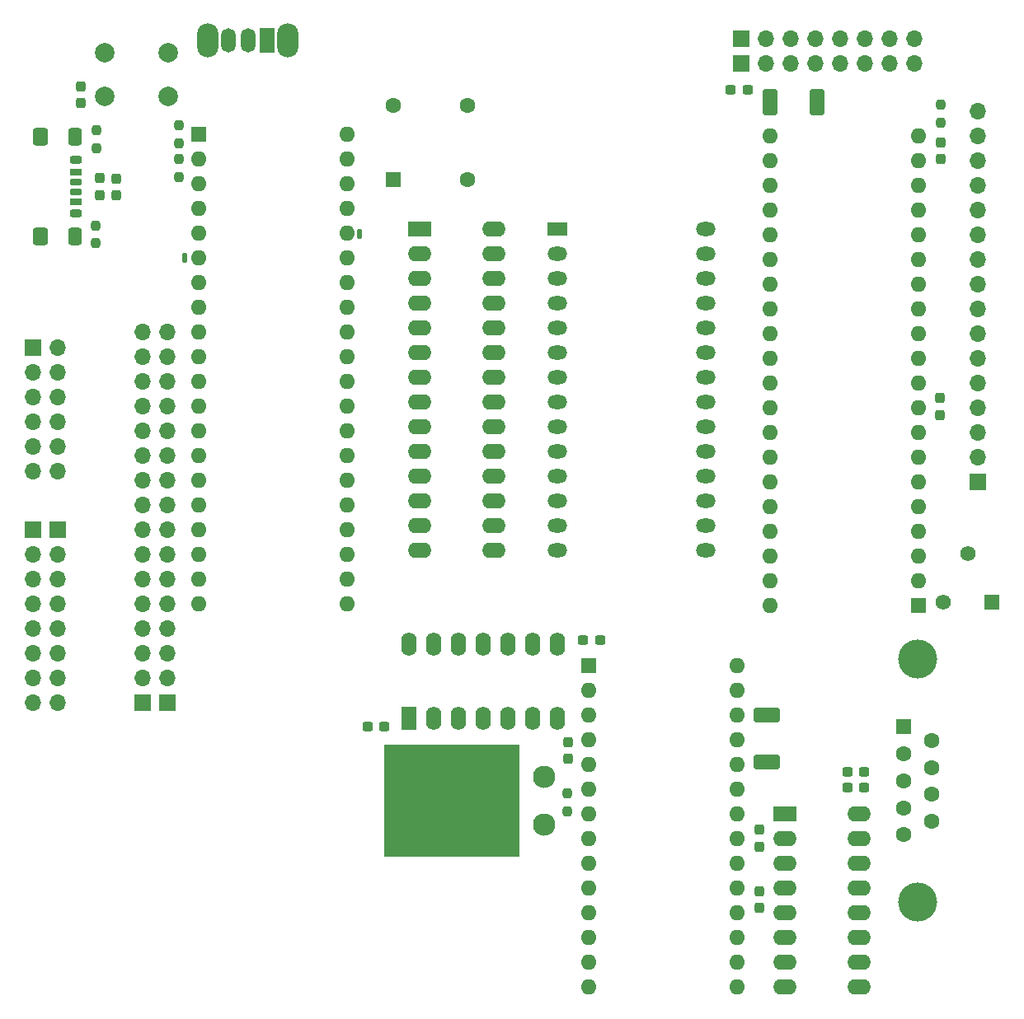
<source format=gbr>
%TF.GenerationSoftware,KiCad,Pcbnew,7.0.9*%
%TF.CreationDate,2024-02-07T01:21:47+02:00*%
%TF.ProjectId,W65C02Computer,57363543-3032-4436-9f6d-70757465722e,rev?*%
%TF.SameCoordinates,Original*%
%TF.FileFunction,Soldermask,Top*%
%TF.FilePolarity,Negative*%
%FSLAX46Y46*%
G04 Gerber Fmt 4.6, Leading zero omitted, Abs format (unit mm)*
G04 Created by KiCad (PCBNEW 7.0.9) date 2024-02-07 01:21:47*
%MOMM*%
%LPD*%
G01*
G04 APERTURE LIST*
G04 Aperture macros list*
%AMRoundRect*
0 Rectangle with rounded corners*
0 $1 Rounding radius*
0 $2 $3 $4 $5 $6 $7 $8 $9 X,Y pos of 4 corners*
0 Add a 4 corners polygon primitive as box body*
4,1,4,$2,$3,$4,$5,$6,$7,$8,$9,$2,$3,0*
0 Add four circle primitives for the rounded corners*
1,1,$1+$1,$2,$3*
1,1,$1+$1,$4,$5*
1,1,$1+$1,$6,$7*
1,1,$1+$1,$8,$9*
0 Add four rect primitives between the rounded corners*
20,1,$1+$1,$2,$3,$4,$5,0*
20,1,$1+$1,$4,$5,$6,$7,0*
20,1,$1+$1,$6,$7,$8,$9,0*
20,1,$1+$1,$8,$9,$2,$3,0*%
G04 Aperture macros list end*
%ADD10R,2.400000X1.600000*%
%ADD11O,2.400000X1.600000*%
%ADD12RoundRect,0.237500X-0.237500X0.250000X-0.237500X-0.250000X0.237500X-0.250000X0.237500X0.250000X0*%
%ADD13RoundRect,0.237500X0.237500X-0.300000X0.237500X0.300000X-0.237500X0.300000X-0.237500X-0.300000X0*%
%ADD14RoundRect,0.237500X0.237500X-0.250000X0.237500X0.250000X-0.237500X0.250000X-0.237500X-0.250000X0*%
%ADD15C,2.300000*%
%ADD16R,14.000000X11.500000*%
%ADD17O,2.200000X3.500000*%
%ADD18R,1.500000X2.500000*%
%ADD19O,1.500000X2.500000*%
%ADD20R,1.700000X1.700000*%
%ADD21O,1.700000X1.700000*%
%ADD22R,1.600000X1.600000*%
%ADD23O,1.600000X1.600000*%
%ADD24R,2.000000X1.440000*%
%ADD25O,2.000000X1.440000*%
%ADD26RoundRect,0.237500X0.300000X0.237500X-0.300000X0.237500X-0.300000X-0.237500X0.300000X-0.237500X0*%
%ADD27RoundRect,0.237500X-0.300000X-0.237500X0.300000X-0.237500X0.300000X0.237500X-0.300000X0.237500X0*%
%ADD28RoundRect,0.125000X-0.125000X-0.375000X0.125000X-0.375000X0.125000X0.375000X-0.125000X0.375000X0*%
%ADD29R,1.560000X1.560000*%
%ADD30C,1.560000*%
%ADD31RoundRect,0.250000X-1.100000X0.500000X-1.100000X-0.500000X1.100000X-0.500000X1.100000X0.500000X0*%
%ADD32RoundRect,0.237500X-0.237500X0.300000X-0.237500X-0.300000X0.237500X-0.300000X0.237500X0.300000X0*%
%ADD33C,4.000000*%
%ADD34C,1.600000*%
%ADD35C,2.000000*%
%ADD36R,1.600000X2.400000*%
%ADD37O,1.600000X2.400000*%
%ADD38RoundRect,0.250000X-0.500000X-1.100000X0.500000X-1.100000X0.500000X1.100000X-0.500000X1.100000X0*%
%ADD39RoundRect,0.175000X-0.425000X0.175000X-0.425000X-0.175000X0.425000X-0.175000X0.425000X0.175000X0*%
%ADD40RoundRect,0.190000X0.410000X-0.190000X0.410000X0.190000X-0.410000X0.190000X-0.410000X-0.190000X0*%
%ADD41RoundRect,0.200000X0.400000X-0.200000X0.400000X0.200000X-0.400000X0.200000X-0.400000X-0.200000X0*%
%ADD42RoundRect,0.175000X0.425000X-0.175000X0.425000X0.175000X-0.425000X0.175000X-0.425000X-0.175000X0*%
%ADD43RoundRect,0.190000X-0.410000X0.190000X-0.410000X-0.190000X0.410000X-0.190000X0.410000X0.190000X0*%
%ADD44RoundRect,0.200000X-0.400000X0.200000X-0.400000X-0.200000X0.400000X-0.200000X0.400000X0.200000X0*%
%ADD45RoundRect,0.250000X-0.425000X0.650000X-0.425000X-0.650000X0.425000X-0.650000X0.425000X0.650000X0*%
%ADD46RoundRect,0.250000X-0.500000X0.650000X-0.500000X-0.650000X0.500000X-0.650000X0.500000X0.650000X0*%
G04 APERTURE END LIST*
D10*
%TO.C,U6*%
X231090000Y-113000000D03*
D11*
X231090000Y-115540000D03*
X231090000Y-118080000D03*
X231090000Y-120620000D03*
X231090000Y-123160000D03*
X231090000Y-125700000D03*
X231090000Y-128240000D03*
X231090000Y-130780000D03*
X238710000Y-130780000D03*
X238710000Y-128240000D03*
X238710000Y-125700000D03*
X238710000Y-123160000D03*
X238710000Y-120620000D03*
X238710000Y-118080000D03*
X238710000Y-115540000D03*
X238710000Y-113000000D03*
%TD*%
D12*
%TO.C,R1*%
X247080000Y-40107500D03*
X247080000Y-41932500D03*
%TD*%
D13*
%TO.C,C8*%
X208750000Y-107342500D03*
X208750000Y-105617500D03*
%TD*%
%TO.C,C7*%
X158780000Y-39942500D03*
X158780000Y-38217500D03*
%TD*%
D14*
%TO.C,R7*%
X160310000Y-44577500D03*
X160310000Y-42752500D03*
%TD*%
D12*
%TO.C,R6*%
X160260000Y-52512500D03*
X160260000Y-54337500D03*
%TD*%
D15*
%TO.C,Y1*%
X206310000Y-109180000D03*
X206310000Y-114080000D03*
D16*
X196810000Y-111630000D03*
%TD*%
D17*
%TO.C,SW2*%
X179990000Y-33530000D03*
X171790000Y-33530000D03*
D18*
X177890000Y-33530000D03*
D19*
X175890000Y-33530000D03*
X173890000Y-33530000D03*
%TD*%
D20*
%TO.C,REF\u002A\u002A*%
X153800000Y-65100000D03*
D21*
X156340000Y-65100000D03*
X153800000Y-67640000D03*
X156340000Y-67640000D03*
X153800000Y-70180000D03*
X156340000Y-70180000D03*
X153800000Y-72720000D03*
X156340000Y-72720000D03*
X153800000Y-75260000D03*
X156340000Y-75260000D03*
X153800000Y-77800000D03*
X156340000Y-77800000D03*
%TD*%
D22*
%TO.C,U7*%
X210865000Y-97755000D03*
D23*
X210865000Y-100295000D03*
X210865000Y-102835000D03*
X210865000Y-105375000D03*
X210865000Y-107915000D03*
X210865000Y-110455000D03*
X210865000Y-112995000D03*
X210865000Y-115535000D03*
X210865000Y-118075000D03*
X210865000Y-120615000D03*
X210865000Y-123155000D03*
X210865000Y-125695000D03*
X210865000Y-128235000D03*
X210865000Y-130775000D03*
X226105000Y-130775000D03*
X226105000Y-128235000D03*
X226105000Y-125695000D03*
X226105000Y-123155000D03*
X226105000Y-120615000D03*
X226105000Y-118075000D03*
X226105000Y-115535000D03*
X226105000Y-112995000D03*
X226105000Y-110455000D03*
X226105000Y-107915000D03*
X226105000Y-105375000D03*
X226105000Y-102835000D03*
X226105000Y-100295000D03*
X226105000Y-97755000D03*
%TD*%
D24*
%TO.C,U2*%
X207680000Y-52850000D03*
D25*
X207680000Y-55390000D03*
X207680000Y-57930000D03*
X207680000Y-60470000D03*
X207680000Y-63010000D03*
X207680000Y-65550000D03*
X207680000Y-68090000D03*
X207680000Y-70630000D03*
X207680000Y-73170000D03*
X207680000Y-75710000D03*
X207680000Y-78250000D03*
X207680000Y-80790000D03*
X207680000Y-83330000D03*
X207680000Y-85870000D03*
X222920000Y-85870000D03*
X222920000Y-83330000D03*
X222920000Y-80790000D03*
X222920000Y-78250000D03*
X222920000Y-75710000D03*
X222920000Y-73170000D03*
X222920000Y-70630000D03*
X222920000Y-68090000D03*
X222920000Y-65550000D03*
X222920000Y-63010000D03*
X222920000Y-60470000D03*
X222920000Y-57930000D03*
X222920000Y-55390000D03*
X222920000Y-52850000D03*
%TD*%
D26*
%TO.C,C10*%
X227212500Y-38600000D03*
X225487500Y-38600000D03*
%TD*%
D20*
%TO.C,REF\u002A\u002A*%
X156340000Y-83770000D03*
D21*
X156340000Y-86310000D03*
X156340000Y-88850000D03*
X156340000Y-91390000D03*
X156340000Y-93930000D03*
X156340000Y-96470000D03*
X156340000Y-99010000D03*
X156340000Y-101550000D03*
%TD*%
D27*
%TO.C,C9*%
X210327500Y-95160000D03*
X212052500Y-95160000D03*
%TD*%
D13*
%TO.C,C6*%
X228445000Y-116347500D03*
X228445000Y-114622500D03*
%TD*%
D22*
%TO.C,U1*%
X170830000Y-43150000D03*
D23*
X170830000Y-45690000D03*
X170830000Y-48230000D03*
X170830000Y-50770000D03*
X170830000Y-53310000D03*
X170830000Y-55850000D03*
X170830000Y-58390000D03*
X170830000Y-60930000D03*
X170830000Y-63470000D03*
X170830000Y-66010000D03*
X170830000Y-68550000D03*
X170830000Y-71090000D03*
X170830000Y-73630000D03*
X170830000Y-76170000D03*
X170830000Y-78710000D03*
X170830000Y-81250000D03*
X170830000Y-83790000D03*
X170830000Y-86330000D03*
X170830000Y-88870000D03*
X170830000Y-91410000D03*
X186070000Y-91410000D03*
X186070000Y-88870000D03*
X186070000Y-86330000D03*
X186070000Y-83790000D03*
X186070000Y-81250000D03*
X186070000Y-78710000D03*
X186070000Y-76170000D03*
X186070000Y-73630000D03*
X186070000Y-71090000D03*
X186070000Y-68550000D03*
X186070000Y-66010000D03*
X186070000Y-63470000D03*
X186070000Y-60930000D03*
X186070000Y-58390000D03*
X186070000Y-55850000D03*
X186070000Y-53310000D03*
X186070000Y-50770000D03*
X186070000Y-48230000D03*
X186070000Y-45690000D03*
X186070000Y-43150000D03*
%TD*%
D28*
%TO.C,*%
X169450000Y-55850000D03*
%TD*%
D13*
%TO.C,C1*%
X247010000Y-45712500D03*
X247010000Y-43987500D03*
%TD*%
D27*
%TO.C,C9*%
X188177500Y-104010000D03*
X189902500Y-104010000D03*
%TD*%
D29*
%TO.C,RV1*%
X252330000Y-91235000D03*
D30*
X249830000Y-86235000D03*
X247330000Y-91235000D03*
%TD*%
D31*
%TO.C,D2*%
X229180000Y-102832500D03*
X229180000Y-107632500D03*
%TD*%
D20*
%TO.C,DS1*%
X250870000Y-78860000D03*
D21*
X250870000Y-76320000D03*
X250870000Y-73780000D03*
X250870000Y-71240000D03*
X250870000Y-68700000D03*
X250870000Y-66160000D03*
X250870000Y-63620000D03*
X250870000Y-61080000D03*
X250870000Y-58540000D03*
X250870000Y-56000000D03*
X250870000Y-53460000D03*
X250870000Y-50920000D03*
X250870000Y-48380000D03*
X250870000Y-45840000D03*
X250870000Y-43300000D03*
X250870000Y-40760000D03*
%TD*%
D27*
%TO.C,C3*%
X237492500Y-110305000D03*
X239217500Y-110305000D03*
%TD*%
D32*
%TO.C,C9*%
X160707500Y-47672500D03*
X160707500Y-49397500D03*
%TD*%
D20*
%TO.C,REF\u002A\u002A*%
X165090000Y-101580000D03*
D21*
X165090000Y-99040000D03*
X165090000Y-96500000D03*
X165090000Y-93960000D03*
X165090000Y-91420000D03*
X165090000Y-88880000D03*
X165090000Y-86340000D03*
X165090000Y-83800000D03*
X165090000Y-81260000D03*
X165090000Y-78720000D03*
X165090000Y-76180000D03*
X165090000Y-73640000D03*
X165090000Y-71100000D03*
X165090000Y-68560000D03*
X165090000Y-66020000D03*
X165090000Y-63480000D03*
%TD*%
D32*
%TO.C,C9*%
X162420000Y-47697500D03*
X162420000Y-49422500D03*
%TD*%
D20*
%TO.C,REF\u002A\u002A*%
X226600000Y-33310000D03*
D21*
X229140000Y-33310000D03*
X231680000Y-33310000D03*
X234220000Y-33310000D03*
X236760000Y-33310000D03*
X239300000Y-33310000D03*
X241840000Y-33310000D03*
X244380000Y-33310000D03*
%TD*%
D14*
%TO.C,R2*%
X168860000Y-44042500D03*
X168860000Y-42217500D03*
%TD*%
D33*
%TO.C,J1*%
X244670000Y-122095000D03*
X244670000Y-97095000D03*
D22*
X243250000Y-104055000D03*
D34*
X243250000Y-106825000D03*
X243250000Y-109595000D03*
X243250000Y-112365000D03*
X243250000Y-115135000D03*
X246090000Y-105440000D03*
X246090000Y-108210000D03*
X246090000Y-110980000D03*
X246090000Y-113750000D03*
%TD*%
D20*
%TO.C,J3*%
X167630000Y-101580000D03*
D21*
X167630000Y-99040000D03*
X167630000Y-96500000D03*
X167630000Y-93960000D03*
X167630000Y-91420000D03*
X167630000Y-88880000D03*
X167630000Y-86340000D03*
X167630000Y-83800000D03*
X167630000Y-81260000D03*
X167630000Y-78720000D03*
X167630000Y-76180000D03*
X167630000Y-73640000D03*
X167630000Y-71100000D03*
X167630000Y-68560000D03*
X167630000Y-66020000D03*
X167630000Y-63480000D03*
%TD*%
D27*
%TO.C,C4*%
X237482500Y-108655000D03*
X239207500Y-108655000D03*
%TD*%
D28*
%TO.C,*%
X187400000Y-53350000D03*
%TD*%
D20*
%TO.C,REF\u002A\u002A*%
X153800000Y-83770000D03*
D21*
X153800000Y-86310000D03*
X153800000Y-88850000D03*
X153800000Y-91390000D03*
X153800000Y-93930000D03*
X153800000Y-96470000D03*
X153800000Y-99010000D03*
X153800000Y-101550000D03*
%TD*%
D12*
%TO.C,R4*%
X208680000Y-110880000D03*
X208680000Y-112705000D03*
%TD*%
D14*
%TO.C,R3*%
X168860000Y-47512500D03*
X168860000Y-45687500D03*
%TD*%
D13*
%TO.C,C5*%
X228395000Y-122667500D03*
X228395000Y-120942500D03*
%TD*%
D35*
%TO.C,SW1*%
X167700000Y-39260000D03*
X161200000Y-39260000D03*
X167700000Y-34760000D03*
X161200000Y-34760000D03*
%TD*%
D36*
%TO.C,U4*%
X192430000Y-103130000D03*
D37*
X194970000Y-103130000D03*
X197510000Y-103130000D03*
X200050000Y-103130000D03*
X202590000Y-103130000D03*
X205130000Y-103130000D03*
X207670000Y-103130000D03*
X207670000Y-95510000D03*
X205130000Y-95510000D03*
X202590000Y-95510000D03*
X200050000Y-95510000D03*
X197510000Y-95510000D03*
X194970000Y-95510000D03*
X192430000Y-95510000D03*
%TD*%
D38*
%TO.C,D1*%
X229532500Y-39830000D03*
X234332500Y-39830000D03*
%TD*%
D13*
%TO.C,C2*%
X246970000Y-71992500D03*
X246970000Y-70267500D03*
%TD*%
D10*
%TO.C,U3*%
X193530000Y-52850000D03*
D11*
X193530000Y-55390000D03*
X193530000Y-57930000D03*
X193530000Y-60470000D03*
X193530000Y-63010000D03*
X193530000Y-65550000D03*
X193530000Y-68090000D03*
X193530000Y-70630000D03*
X193530000Y-73170000D03*
X193530000Y-75710000D03*
X193530000Y-78250000D03*
X193530000Y-80790000D03*
X193530000Y-83330000D03*
X193530000Y-85870000D03*
X201150000Y-85870000D03*
X201150000Y-83330000D03*
X201150000Y-80790000D03*
X201150000Y-78250000D03*
X201150000Y-75710000D03*
X201150000Y-73170000D03*
X201150000Y-70630000D03*
X201150000Y-68090000D03*
X201150000Y-65550000D03*
X201150000Y-63010000D03*
X201150000Y-60470000D03*
X201150000Y-57930000D03*
X201150000Y-55390000D03*
X201150000Y-52850000D03*
%TD*%
D39*
%TO.C,J9*%
X158240000Y-48035000D03*
D40*
X158240000Y-50055000D03*
D41*
X158240000Y-51285000D03*
D42*
X158240000Y-49035000D03*
D43*
X158240000Y-47015000D03*
D44*
X158240000Y-45785000D03*
D45*
X158185000Y-43410000D03*
D46*
X154605000Y-43410000D03*
D45*
X158185000Y-53660000D03*
D46*
X154605000Y-53660000D03*
%TD*%
D22*
%TO.C,X1*%
X190860000Y-47810000D03*
D34*
X198480000Y-47810000D03*
X198480000Y-40190000D03*
X190860000Y-40190000D03*
%TD*%
D20*
%TO.C,REF\u002A\u002A*%
X226600000Y-35850000D03*
D21*
X229140000Y-35850000D03*
X231680000Y-35850000D03*
X234220000Y-35850000D03*
X236760000Y-35850000D03*
X239300000Y-35850000D03*
X241840000Y-35850000D03*
X244380000Y-35850000D03*
%TD*%
D22*
%TO.C,U5*%
X244770000Y-91550000D03*
D23*
X244770000Y-89010000D03*
X244770000Y-86470000D03*
X244770000Y-83930000D03*
X244770000Y-81390000D03*
X244770000Y-78850000D03*
X244770000Y-76310000D03*
X244770000Y-73770000D03*
X244770000Y-71230000D03*
X244770000Y-68690000D03*
X244770000Y-66150000D03*
X244770000Y-63610000D03*
X244770000Y-61070000D03*
X244770000Y-58530000D03*
X244770000Y-55990000D03*
X244770000Y-53450000D03*
X244770000Y-50910000D03*
X244770000Y-48370000D03*
X244770000Y-45830000D03*
X244770000Y-43290000D03*
X229530000Y-43290000D03*
X229530000Y-45830000D03*
X229530000Y-48370000D03*
X229530000Y-50910000D03*
X229530000Y-53450000D03*
X229530000Y-55990000D03*
X229530000Y-58530000D03*
X229530000Y-61070000D03*
X229530000Y-63610000D03*
X229530000Y-66150000D03*
X229530000Y-68690000D03*
X229530000Y-71230000D03*
X229530000Y-73770000D03*
X229530000Y-76310000D03*
X229530000Y-78850000D03*
X229530000Y-81390000D03*
X229530000Y-83930000D03*
X229530000Y-86470000D03*
X229530000Y-89010000D03*
X229530000Y-91550000D03*
%TD*%
M02*

</source>
